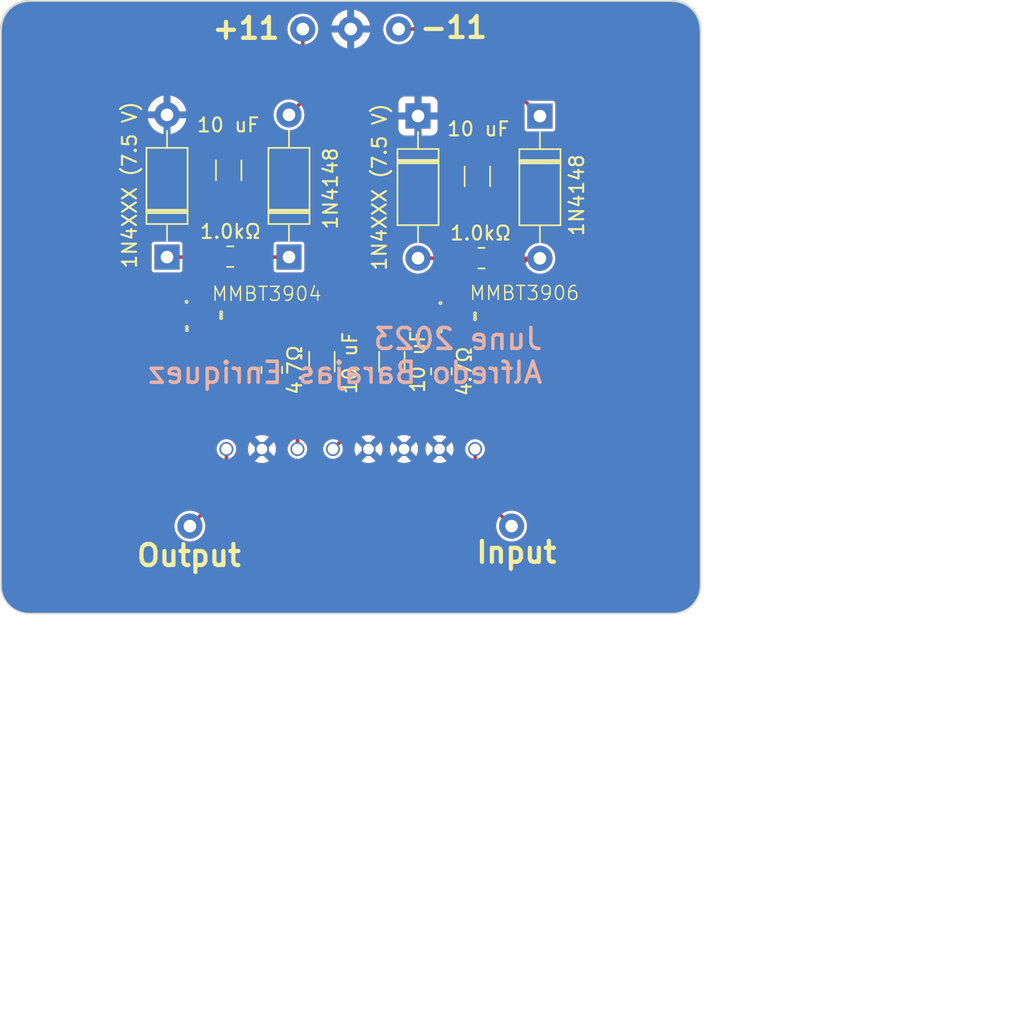
<source format=kicad_pcb>
(kicad_pcb (version 20221018) (generator pcbnew)
  (layers (0 "F.Cu" signal) (31 "B.Cu" signal) (34 "B.Paste" user) (35 "F.Paste" user) (36 "B.SilkS" user "B.Silkscreen") (37 "F.SilkS" user "F.Silkscreen") (38 "B.Mask" user) (39 "F.Mask" user) (44 "Edge.Cuts" user))
  (net 0 "")
  (net 1 "GND")
  (footprint "" (layer "F.Cu") (at 38.185 58.0575)
    (fp_text reference "" (at 0 0) (layer "F.SilkS") (effects (font (size 1.27 1.27))))
    (fp_text value "" (at 0 0) (layer "F.SilkS") (effects (font (size 1.27 1.27))))
    (pad "Output" thru_hole oval (at 0 0 90) (size 1.8 1.8) (drill 0.9) (layers "*.Cu" "*.Mask"))
  )
  (footprint "Resistor_SMD:R_0805_2012Metric_Pad1.20x1.40mm_HandSolder" (layer "F.Cu") (at 59.035 38.915 180)
    (fp_text reference "1.0kΩ" (at 0.065 1.79) (layer "F.SilkS"))
    (fp_text value "R_0805_2012Metric_Pad1.20x1.40mm_HandSolder" hide)
    (fp_line (start -0.227064 -0.735) (end 0.227064 -0.735) (stroke (width 0.12)) (layer "F.SilkS"))
    (fp_line (start -0.227064 0.735) (end 0.227064 0.735) (stroke (width 0.12)) (layer "F.SilkS"))
    (pad "1" smd roundrect (at -1 0 180) (size 1.2 1.4) (layers "F.Cu" "F.Paste" "F.Mask") (roundrect_rratio 0.208333))
    (pad "2" smd roundrect (at 1 0 180) (size 1.2 1.4) (layers "F.Cu" "F.Paste" "F.Mask") (roundrect_rratio 0.208333))
  )
  (footprint "Capacitor_SMD:C_1206_3216Metric_Pad1.33x1.80mm_HandSolder" (layer "F.Cu") (at 58.74 33.07 90)
    (fp_text reference "10 uF" (at 3.385 0.065) (layer "F.SilkS"))
    (fp_text value "C_1206_3216Metric_Pad1.33x1.80mm_HandSolder" hide)
    (fp_line (start -0.711252 -0.91) (end 0.711252 -0.91) (stroke (width 0.12)) (layer "F.SilkS"))
    (fp_line (start -0.711252 0.91) (end 0.711252 0.91) (stroke (width 0.12)) (layer "F.SilkS"))
    (pad "1" smd roundrect (at -1.5625 0 90) (size 1.325 1.8) (layers "F.Cu" "F.Paste" "F.Mask") (roundrect_rratio 0.188679))
    (pad "2" smd roundrect (at 1.5625 0 90) (size 1.325 1.8) (layers "F.Cu" "F.Paste" "F.Mask") (roundrect_rratio 0.188679) (net 1 "GND"))
  )
  (footprint "Resistor_SMD:R_0805_2012Metric_Pad1.20x1.40mm_HandSolder" (layer "F.Cu") (at 44.04 46.9 -90)
    (fp_text reference "4.7Ω" (at 0 -1.65 90) (layer "F.SilkS"))
    (fp_text value "R_0805_2012Metric_Pad1.20x1.40mm_HandSolder" hide)
    (fp_line (start -0.227064 -0.735) (end 0.227064 -0.735) (stroke (width 0.12)) (layer "F.SilkS"))
    (fp_line (start -0.227064 0.735) (end 0.227064 0.735) (stroke (width 0.12)) (layer "F.SilkS"))
    (pad "1" smd roundrect (at -1 0 270) (size 1.2 1.4) (layers "F.Cu" "F.Paste" "F.Mask") (roundrect_rratio 0.208333))
    (pad "2" smd roundrect (at 1 0 270) (size 1.2 1.4) (layers "F.Cu" "F.Paste" "F.Mask") (roundrect_rratio 0.208333))
  )
  (footprint "Diode_THT:D_A-405_P10.16mm_Horizontal" (layer "F.Cu") (at 36.55 38.835 90)
    (fp_text reference "1N4XXX (7.5 V)" (at 5.145 -2.675 90) (layer "F.SilkS"))
    (fp_text value "D_A-405_P10.16mm_Horizontal" hide)
    (fp_line (start 1.14 0) (end 2.36 0) (stroke (width 0.12)) (layer "F.SilkS"))
    (fp_line (start 2.36 -1.47) (end 2.36 1.47) (stroke (width 0.12)) (layer "F.SilkS"))
    (fp_line (start 2.36 1.47) (end 7.8 1.47) (stroke (width 0.12)) (layer "F.SilkS"))
    (fp_line (start 3.14 -1.47) (end 3.14 1.47) (stroke (width 0.12)) (layer "F.SilkS"))
    (fp_line (start 3.26 -1.47) (end 3.26 1.47) (stroke (width 0.12)) (layer "F.SilkS"))
    (fp_line (start 3.38 -1.47) (end 3.38 1.47) (stroke (width 0.12)) (layer "F.SilkS"))
    (fp_line (start 7.8 -1.47) (end 2.36 -1.47) (stroke (width 0.12)) (layer "F.SilkS"))
    (fp_line (start 7.8 1.47) (end 7.8 -1.47) (stroke (width 0.12)) (layer "F.SilkS"))
    (fp_line (start 9.02 0) (end 7.8 0) (stroke (width 0.12)) (layer "F.SilkS"))
    (pad "1" thru_hole rect (at 0 0 90) (size 1.8 1.8) (drill 0.9) (layers "*.Cu" "*.Mask"))
    (pad "2" thru_hole oval (at 10.16 0 90) (size 1.8 1.8) (drill 0.9) (layers "*.Cu" "*.Mask") (net 1 "GND"))
  )
  (footprint "Capacitor_SMD:C_1206_3216Metric_Pad1.33x1.80mm_HandSolder" (layer "F.Cu") (at 52.625 46.31 -90)
    (fp_text reference "10 uF" (at 0 -1.85 90) (layer "F.SilkS"))
    (fp_text value "C_1206_3216Metric_Pad1.33x1.80mm_HandSolder" hide)
    (fp_line (start -0.711252 -0.91) (end 0.711252 -0.91) (stroke (width 0.12)) (layer "F.SilkS"))
    (fp_line (start -0.711252 0.91) (end 0.711252 0.91) (stroke (width 0.12)) (layer "F.SilkS"))
    (pad "1" smd roundrect (at -1.5625 0 270) (size 1.325 1.8) (layers "F.Cu" "F.Paste" "F.Mask") (roundrect_rratio 0.188679))
    (pad "2" smd roundrect (at 1.5625 0 270) (size 1.325 1.8) (layers "F.Cu" "F.Paste" "F.Mask") (roundrect_rratio 0.188679))
  )
  (footprint "1.Local.Library:MMBT3904" (layer "F.Cu") (at 38.57 42.985 -90)
    (fp_text reference "MMBT3904" (at -1.52 -5.11 unlocked) (layer "F.SilkS") (effects (font (thickness 0.1))))
    (fp_text value "MMBT3904" hide)
    (fp_rect (start -1.19 0) (end -0.71 0.44) (stroke (width 0.1)) (fill solid) (layer "F.Cu"))
    (fp_rect (start -0.24 -1.66) (end 0.24 -1.18) (stroke (width 0.1)) (fill solid) (layer "F.Cu"))
    (fp_rect (start 0.71 0) (end 1.19 0.44) (stroke (width 0.1)) (fill solid) (layer "F.Cu"))
    (fp_circle (center -0.95 0.62) (end -0.91 0.62) (stroke (width 0.1)) (fill none) (layer "F.SilkS"))
    (fp_circle (center -0.2 -1.85) (end -0.16 -1.85) (stroke (width 0.1)) (fill none) (layer "F.SilkS"))
    (fp_circle (center 0.01 -1.85) (end 0.05 -1.85) (stroke (width 0.1)) (fill none) (layer "F.SilkS"))
    (fp_circle (center 0.21 -1.85) (end 0.25 -1.85) (stroke (width 0.1)) (fill none) (layer "F.SilkS"))
    (fp_circle (center 0.85 0.6) (end 0.89 0.6) (stroke (width 0.1)) (fill none) (layer "F.SilkS"))
    (fp_circle (center 1.07 0.6) (end 1.11 0.6) (stroke (width 0.1)) (fill none) (layer "F.SilkS"))
  )
  (footprint "" (layer "F.Cu") (at 53.111459 22.545)
    (fp_text reference "" (at 0 0) (layer "F.SilkS") (effects (font (size 1.27 1.27))))
    (fp_text value "" (at 0 0) (layer "F.SilkS") (effects (font (size 1.27 1.27))))
    (pad "-" thru_hole oval (at 0 0 90) (size 1.8 1.8) (drill 0.9) (layers "*.Cu" "*.Mask"))
  )
  (footprint "Resistor_SMD:R_0805_2012Metric_Pad1.20x1.40mm_HandSolder" (layer "F.Cu") (at 41.07 38.805 180)
    (fp_text reference "1.0kΩ" (at -0.015 1.795) (layer "F.SilkS"))
    (fp_text value "R_0805_2012Metric_Pad1.20x1.40mm_HandSolder" hide)
    (fp_line (start -0.227064 -0.735) (end 0.227064 -0.735) (stroke (width 0.12)) (layer "F.SilkS"))
    (fp_line (start -0.227064 0.735) (end 0.227064 0.735) (stroke (width 0.12)) (layer "F.SilkS"))
    (pad "1" smd roundrect (at -1 0 180) (size 1.2 1.4) (layers "F.Cu" "F.Paste" "F.Mask") (roundrect_rratio 0.208333))
    (pad "2" smd roundrect (at 1 0 180) (size 1.2 1.4) (layers "F.Cu" "F.Paste" "F.Mask") (roundrect_rratio 0.208333))
  )
  (footprint "" (layer "F.Cu") (at 49.685 22.545)
    (fp_text reference "" (at 0 0) (layer "F.SilkS") (effects (font (size 1.27 1.27))))
    (fp_text value "" (at 0 0) (layer "F.SilkS") (effects (font (size 1.27 1.27))))
    (pad "GND" thru_hole oval (at 0 0 90) (size 1.8 1.8) (drill 0.9) (layers "*.Cu" "*.Mask") (net 1 "GND"))
  )
  (footprint "" (layer "F.Cu") (at 46.258541 22.545)
    (fp_text reference "" (at 0 0) (layer "F.SilkS") (effects (font (size 1.27 1.27))))
    (fp_text value "" (at 0 0) (layer "F.SilkS") (effects (font (size 1.27 1.27))))
    (pad "+" thru_hole oval (at 0 0 90) (size 1.8 1.8) (drill 0.9) (layers "*.Cu" "*.Mask"))
  )
  (footprint "Capacitor_SMD:C_1206_3216Metric_Pad1.33x1.80mm_HandSolder" (layer "F.Cu") (at 40.96 32.64 90)
    (fp_text reference "10 uF" (at 3.24 -0.04) (layer "F.SilkS"))
    (fp_text value "C_1206_3216Metric_Pad1.33x1.80mm_HandSolder" hide)
    (fp_line (start -0.711252 -0.91) (end 0.711252 -0.91) (stroke (width 0.12)) (layer "F.SilkS"))
    (fp_line (start -0.711252 0.91) (end 0.711252 0.91) (stroke (width 0.12)) (layer "F.SilkS"))
    (pad "1" smd roundrect (at -1.5625 0 90) (size 1.325 1.8) (layers "F.Cu" "F.Paste" "F.Mask") (roundrect_rratio 0.188679))
    (pad "2" smd roundrect (at 1.5625 0 90) (size 1.325 1.8) (layers "F.Cu" "F.Paste" "F.Mask") (roundrect_rratio 0.188679) (net 1 "GND"))
  )
  (footprint "Diode_THT:D_A-405_P10.16mm_Horizontal" (layer "F.Cu") (at 45.27 38.835 90)
    (fp_text reference "1N4148" (at 4.895 2.97 90) (layer "F.SilkS"))
    (fp_text value "D_A-405_P10.16mm_Horizontal" hide)
    (fp_line (start 1.14 0) (end 2.36 0) (stroke (width 0.12)) (layer "F.SilkS"))
    (fp_line (start 2.36 -1.47) (end 2.36 1.47) (stroke (width 0.12)) (layer "F.SilkS"))
    (fp_line (start 2.36 1.47) (end 7.8 1.47) (stroke (width 0.12)) (layer "F.SilkS"))
    (fp_line (start 3.14 -1.47) (end 3.14 1.47) (stroke (width 0.12)) (layer "F.SilkS"))
    (fp_line (start 3.26 -1.47) (end 3.26 1.47) (stroke (width 0.12)) (layer "F.SilkS"))
    (fp_line (start 3.38 -1.47) (end 3.38 1.47) (stroke (width 0.12)) (layer "F.SilkS"))
    (fp_line (start 7.8 -1.47) (end 2.36 -1.47) (stroke (width 0.12)) (layer "F.SilkS"))
    (fp_line (start 7.8 1.47) (end 7.8 -1.47) (stroke (width 0.12)) (layer "F.SilkS"))
    (fp_line (start 9.02 0) (end 7.8 0) (stroke (width 0.12)) (layer "F.SilkS"))
    (pad "1" thru_hole rect (at 0 0 90) (size 1.8 1.8) (drill 0.9) (layers "*.Cu" "*.Mask"))
    (pad "2" thru_hole oval (at 10.16 0 90) (size 1.8 1.8) (drill 0.9) (layers "*.Cu" "*.Mask"))
  )
  (footprint "1.Local.Library:SMC-1-08-1-GT" (layer "F.Cu") (at 49.685 52.55 180)
    (fp_text reference "REF**" hide)
    (fp_text value "SMC-1-08-1-GT")
    (pad "+V" thru_hole circle (at 3.81 0 180) (size 1 1) (drill 0.762) (layers "*.Cu" "*.Mask"))
    (pad "-V" thru_hole circle (at 1.27 0 180) (size 1 1) (drill 0.762) (layers "*.Cu" "*.Mask"))
    (pad "GND" thru_hole circle (at -6.35 0 180) (size 1 1) (drill 0.762) (layers "*.Cu" "*.Mask") (net 1 "GND"))
    (pad "GND" thru_hole circle (at -3.81 0 180) (size 1 1) (drill 0.762) (layers "*.Cu" "*.Mask") (net 1 "GND"))
    (pad "GND" thru_hole circle (at -1.27 0 180) (size 1 1) (drill 0.762) (layers "*.Cu" "*.Mask") (net 1 "GND"))
    (pad "GND" thru_hole circle (at 6.35 0 180) (size 1 1) (drill 0.762) (layers "*.Cu" "*.Mask") (net 1 "GND"))
    (pad "input" thru_hole circle (at -8.89 0 180) (size 1 1) (drill 0.762) (layers "*.Cu" "*.Mask"))
    (pad "output" thru_hole circle (at 8.89 0 180) (size 1 1) (drill 0.762) (layers "*.Cu" "*.Mask"))
  )
  (footprint "Diode_THT:D_A-405_P10.16mm_Horizontal" (layer "F.Cu") (at 54.495 28.755 -90)
    (fp_text reference "1N4XXX (7.5 V)" (at 5.08 2.755 90) (layer "F.SilkS"))
    (fp_text value "D_A-405_P10.16mm_Horizontal" hide)
    (fp_line (start 1.14 0) (end 2.36 0) (stroke (width 0.12)) (layer "F.SilkS"))
    (fp_line (start 2.36 -1.47) (end 2.36 1.47) (stroke (width 0.12)) (layer "F.SilkS"))
    (fp_line (start 2.36 1.47) (end 7.8 1.47) (stroke (width 0.12)) (layer "F.SilkS"))
    (fp_line (start 3.14 -1.47) (end 3.14 1.47) (stroke (width 0.12)) (layer "F.SilkS"))
    (fp_line (start 3.26 -1.47) (end 3.26 1.47) (stroke (width 0.12)) (layer "F.SilkS"))
    (fp_line (start 3.38 -1.47) (end 3.38 1.47) (stroke (width 0.12)) (layer "F.SilkS"))
    (fp_line (start 7.8 -1.47) (end 2.36 -1.47) (stroke (width 0.12)) (layer "F.SilkS"))
    (fp_line (start 7.8 1.47) (end 7.8 -1.47) (stroke (width 0.12)) (layer "F.SilkS"))
    (fp_line (start 9.02 0) (end 7.8 0) (stroke (width 0.12)) (layer "F.SilkS"))
    (pad "1" thru_hole rect (at 0 0 270) (size 1.8 1.8) (drill 0.9) (layers "*.Cu" "*.Mask") (net 1 "GND"))
    (pad "2" thru_hole oval (at 10.16 0 270) (size 1.8 1.8) (drill 0.9) (layers "*.Cu" "*.Mask"))
  )
  (footprint "Diode_THT:D_A-405_P10.16mm_Horizontal" (layer "F.Cu") (at 63.21 28.765 -90)
    (fp_text reference "1N4148" (at 5.65 -2.635 90) (layer "F.SilkS"))
    (fp_text value "D_A-405_P10.16mm_Horizontal" hide)
    (fp_line (start 1.14 0) (end 2.36 0) (stroke (width 0.12)) (layer "F.SilkS"))
    (fp_line (start 2.36 -1.47) (end 2.36 1.47) (stroke (width 0.12)) (layer "F.SilkS"))
    (fp_line (start 2.36 1.47) (end 7.8 1.47) (stroke (width 0.12)) (layer "F.SilkS"))
    (fp_line (start 3.14 -1.47) (end 3.14 1.47) (stroke (width 0.12)) (layer "F.SilkS"))
    (fp_line (start 3.26 -1.47) (end 3.26 1.47) (stroke (width 0.12)) (layer "F.SilkS"))
    (fp_line (start 3.38 -1.47) (end 3.38 1.47) (stroke (width 0.12)) (layer "F.SilkS"))
    (fp_line (start 7.8 -1.47) (end 2.36 -1.47) (stroke (width 0.12)) (layer "F.SilkS"))
    (fp_line (start 7.8 1.47) (end 7.8 -1.47) (stroke (width 0.12)) (layer "F.SilkS"))
    (fp_line (start 9.02 0) (end 7.8 0) (stroke (width 0.12)) (layer "F.SilkS"))
    (pad "1" thru_hole rect (at 0 0 270) (size 1.8 1.8) (drill 0.9) (layers "*.Cu" "*.Mask"))
    (pad "2" thru_hole oval (at 10.16 0 270) (size 1.8 1.8) (drill 0.9) (layers "*.Cu" "*.Mask"))
  )
  (footprint "1.Local.Library:MMBT3906" (layer "F.Cu") (at 56.72 43.065 -90)
    (fp_text reference "MMBT3906" (at -1.66 -5.385 unlocked) (layer "F.SilkS") (effects (font (thickness 0.1))))
    (fp_text value "MMBT3906" hide)
    (fp_rect (start -1.19 0) (end -0.71 0.44) (stroke (width 0.1)) (fill solid) (layer "F.Cu"))
    (fp_rect (start -0.24 -1.66) (end 0.24 -1.18) (stroke (width 0.1)) (fill solid) (layer "F.Cu"))
    (fp_rect (start 0.71 0) (end 1.19 0.44) (stroke (width 0.1)) (fill solid) (layer "F.Cu"))
    (fp_circle (center -0.95 0.62) (end -0.91 0.62) (stroke (width 0.1)) (fill none) (layer "F.SilkS"))
    (fp_circle (center -0.2 -1.85) (end -0.16 -1.85) (stroke (width 0.1)) (fill none) (layer "F.SilkS"))
    (fp_circle (center 0.01 -1.85) (end 0.05 -1.85) (stroke (width 0.1)) (fill none) (layer "F.SilkS"))
    (fp_circle (center 0.21 -1.85) (end 0.25 -1.85) (stroke (width 0.1)) (fill none) (layer "F.SilkS"))
    (fp_circle (center 0.85 0.6) (end 0.89 0.6) (stroke (width 0.1)) (fill none) (layer "F.SilkS"))
    (fp_circle (center 1.07 0.6) (end 1.11 0.6) (stroke (width 0.1)) (fill none) (layer "F.SilkS"))
  )
  (footprint "Capacitor_SMD:C_1206_3216Metric_Pad1.33x1.80mm_HandSolder" (layer "F.Cu") (at 47.625 46.31 -90)
    (fp_text reference "10 uF" (at 0.085 -1.995 90) (layer "F.SilkS"))
    (fp_text value "C_1206_3216Metric_Pad1.33x1.80mm_HandSolder" hide)
    (fp_line (start -0.711252 -0.91) (end 0.711252 -0.91) (stroke (width 0.12)) (layer "F.SilkS"))
    (fp_line (start -0.711252 0.91) (end 0.711252 0.91) (stroke (width 0.12)) (layer "F.SilkS"))
    (pad "1" smd roundrect (at -1.5625 0 270) (size 1.325 1.8) (layers "F.Cu" "F.Paste" "F.Mask") (roundrect_rratio 0.188679))
    (pad "2" smd roundrect (at 1.5625 0 270) (size 1.325 1.8) (layers "F.Cu" "F.Paste" "F.Mask") (roundrect_rratio 0.188679))
  )
  (footprint "" (layer "F.Cu") (at 61.185 58.0575)
    (fp_text reference "" (at 0 0) (layer "F.SilkS") (effects (font (size 1.27 1.27))))
    (fp_text value "" (at 0 0) (layer "F.SilkS") (effects (font (size 1.27 1.27))))
    (pad "Input" thru_hole oval (at 0 0 90) (size 1.8 1.8) (drill 0.9) (layers "*.Cu" "*.Mask"))
  )
  (footprint "Resistor_SMD:R_0805_2012Metric_Pad1.20x1.40mm_HandSolder" (layer "F.Cu") (at 56.165 47 -90)
    (fp_text reference "4.7Ω" (at 0 -1.65 90) (layer "F.SilkS"))
    (fp_text value "R_0805_2012Metric_Pad1.20x1.40mm_HandSolder" hide)
    (fp_line (start -0.227064 -0.735) (end 0.227064 -0.735) (stroke (width 0.12)) (layer "F.SilkS"))
    (fp_line (start -0.227064 0.735) (end 0.227064 0.735) (stroke (width 0.12)) (layer "F.SilkS"))
    (pad "1" smd roundrect (at -1 0 270) (size 1.2 1.4) (layers "F.Cu" "F.Paste" "F.Mask") (roundrect_rratio 0.208333))
    (pad "2" smd roundrect (at 1 0 270) (size 1.2 1.4) (layers "F.Cu" "F.Paste" "F.Mask") (roundrect_rratio 0.208333))
  )
  (gr_line (start 40.19 45.77) (end 43.91 45.77) (stroke (width 0.2)) (layer "F.Cu"))
  (gr_line (start 38.35 40.005) (end 39.755 38.6) (stroke (width 0.2)) (layer "F.Cu"))
  (gr_line (start 56.49 44.01) (end 56.49 45.845) (stroke (width 0.2)) (layer "F.Cu"))
  (gr_line (start 45.22 39.56) (end 45.22 38.835) (stroke (width 0.2)) (layer "F.Cu"))
  (gr_line (start 56.494972 40.440028) (end 56.494972 42.08) (stroke (width 0.2)) (layer "F.Cu"))
  (gr_line (start 44.195 48) (end 47.29 44.905) (stroke (width 0.2)) (layer "F.Cu"))
  (gr_line (start 58.168992 43.141007) (end 62.493351 38.816648) (stroke (width 0.2)) (layer "F.Cu"))
  (gr_line (start 38.35 43.93) (end 40.19 45.77) (stroke (width 0.2)) (layer "F.Cu"))
  (gr_line (start 39.985 42.97) (end 44.105 38.85) (stroke (width 0.2)) (layer "F.Cu"))
  (gr_line (start 56.21 48.14) (end 52.755 44.685) (stroke (width 0.2)) (layer "F.Cu"))
  (gr_line (start 56.494972 40.440028) (end 57.905 39.03) (stroke (width 0.2)) (layer "F.Cu"))
  (gr_line (start 38.35 42.03) (end 38.35 40.005) (stroke (width 0.2)) (layer "F.Cu"))
  (gr_line (start 26.685 20.545) (end 72.685 20.545) (stroke (width 0.1)) (layer "Edge.Cuts"))
  (gr_arc (start 72.685 20.545) (mid 74.099214 21.130786) (end 74.685 22.545) (stroke (width 0.15)) (layer "Edge.Cuts"))
  (gr_arc (start 26.685 64.295) (mid 25.270786 63.709214) (end 24.685 62.295) (stroke (width 0.1)) (layer "Edge.Cuts"))
  (gr_arc (start 24.685 22.545) (mid 25.270786 21.130786) (end 26.685 20.545) (stroke (width 0.15)) (layer "Edge.Cuts"))
  (gr_arc (start 74.685 62.295) (mid 74.099214 63.709214) (end 72.685 64.295) (stroke (width 0.1)) (layer "Edge.Cuts"))
  (gr_line (start 74.685 62.295) (end 74.685 22.545) (stroke (width 0.1)) (layer "Edge.Cuts"))
  (gr_line (start 26.685 64.295) (end 72.685 64.295) (stroke (width 0.1)) (layer "Edge.Cuts"))
  (gr_line (start 24.685 22.545) (end 24.685 62.295) (stroke (width 0.1)) (layer "Edge.Cuts"))
  (gr_text "June 2023\nAlfredo Barajas Enriquez\n" (at 63.515 47.975) (layer "B.SilkS") (effects (font (size 1.5 1.5) (thickness 0.25) bold) (justify left bottom mirror)))
  (gr_text "+11" (at 39.64 23.37) (layer "F.SilkS") (effects (font (size 1.5 1.5) (thickness 0.3) bold) (justify left bottom)))
  (gr_text "Output" (at 34.24 61.035) (layer "F.SilkS") (effects (font (size 1.5 1.5) (thickness 0.3) bold) (justify left bottom)))
  (gr_text "Input" (at 58.51 60.805) (layer "F.SilkS") (effects (font (size 1.5 1.5) (thickness 0.3) bold) (justify left bottom)))
  (gr_text "-11" (at 54.485 23.31) (layer "F.SilkS") (effects (font (size 1.5 1.5) (thickness 0.3) bold) (justify left bottom)))
  (segment (start 58.74 34.6325) (end 58.74 38.21) (width 0.25) (layer "F.Cu") (net 0))
  (segment (start 40.04 38.835) (end 40.055 38.82) (width 0) (layer "F.Cu") (net 0))
  (segment (start 42.1 38.835) (end 42.07 38.805) (width 0.25) (layer "F.Cu") (net 0))
  (segment (start 40.055 35.1075) (end 40.96 34.2025) (width 0.25) (layer "F.Cu") (net 0))
  (segment (start 56.99 22.545) (end 63.21 28.765) (width 0.25) (layer "F.Cu") (net 0))
  (segment (start 40.795 55.4475) (end 38.185 58.0575) (width 0.25) (layer "F.Cu") (net 0))
  (segment (start 54.495 38.915) (end 58.035 38.915) (width 0.25) (layer "F.Cu") (net 0))
  (segment (start 40.04 38.835) (end 36.55 38.835) (width 0.25) (layer "F.Cu") (net 0))
  (segment (start 60.045 38.925) (end 63.21 38.925) (width 0.25) (layer "F.Cu") (net 0))
  (segment (start 58.575 55.4475) (end 61.185 58.0575) (width 0.25) (layer "F.Cu") (net 0))
  (segment (start 60.105 38.985) (end 60.035 38.915) (width 0.25) (layer "F.Cu") (net 0))
  (segment (start 53.111459 22.545) (end 56.99 22.545) (width 0.25) (layer "F.Cu") (net 0))
  (segment (start 40.055 38.82) (end 40.055 35.1075) (width 0.25) (layer "F.Cu") (net 0))
  (segment (start 46.258541 22.545) (end 46.258541 27.686459) (width 0.25) (layer "F.Cu") (net 0))
  (segment (start 52.625 48.34) (end 48.415 52.55) (width 0.25) (layer "F.Cu") (net 0))
  (segment (start 58.74 38.21) (end 58.124632 38.825368) (width 0.25) (layer "F.Cu") (net 0))
  (segment (start 45.27 38.835) (end 42.1 38.835) (width 0.25) (layer "F.Cu") (net 0))
  (segment (start 40.07 38.805) (end 40.04 38.835) (width 0) (layer "F.Cu") (net 0))
  (segment (start 40.795 52.55) (end 40.795 55.4475) (width 0.25) (layer "F.Cu") (net 0))
  (segment (start 46.258541 27.686459) (end 45.27 28.675) (width 0.25) (layer "F.Cu") (net 0))
  (segment (start 58.035 38.915) (end 58.005 38.945) (width 0) (layer "F.Cu") (net 0))
  (segment (start 45.875 49.6225) (end 45.875 52.55) (width 0.25) (layer "F.Cu") (net 0))
  (segment (start 60.035 38.915) (end 60.045 38.925) (width 0.25) (layer "F.Cu") (net 0))
  (segment (start 58.575 52.55) (end 58.575 55.4475) (width 0.25) (layer "F.Cu") (net 0))
  (segment (start 52.625 47.8725) (end 52.625 48.34) (width 0.25) (layer "F.Cu") (net 0))
  (segment (start 47.625 47.8725) (end 45.875 49.6225) (width 0.25) (layer "F.Cu") (net 0))
  (zone (net 1) (net_name "GND") (layers "F&B.Cu") (name "GND") (connect_pads (clearance 0)) (min_thickness 0.25) (fill yes (thermal_gap 0.5) (thermal_bridge_width 0.5) (island_removal_mode 1) (island_area_min 10))
    (polygon (pts (xy 26.705 64.29) (xy 26.07 64.205) (xy 25.735 64.06) (xy 25.29 63.725) (xy 24.955 63.315) (xy 24.75 62.895) (xy 24.675 62.53) (xy 24.685 22.475) (xy 24.775 21.935) (xy 25.035 21.37) (xy 25.31 21.075) (xy 25.76 20.74) (xy 26.195 20.585) (xy 26.775 20.535) (xy 72.705 20.535) (xy 73.165 20.595) (xy 73.68 20.77) (xy 74.195 21.17) (xy 74.495 21.7) (xy 74.64 22.11) (xy 74.695 22.615) (xy 74.69 62.385) (xy 74.645 62.74) (xy 74.5 63.14) (xy 74.245 63.57) (xy 73.93 63.88) (xy 73.48 64.15) (xy 73.035 64.3) (xy 72.52 64.305) (xy 26.71 64.29)))
  )
)
</source>
